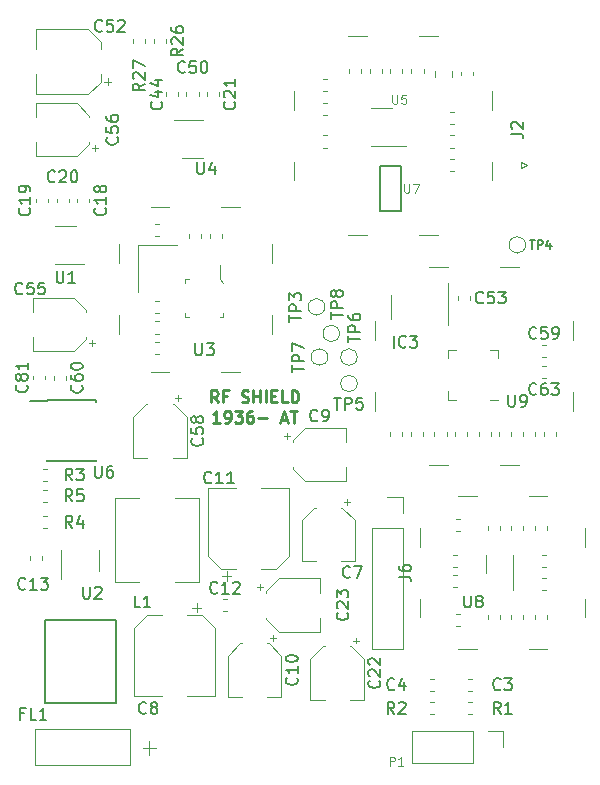
<source format=gto>
G04 #@! TF.GenerationSoftware,KiCad,Pcbnew,(5.1.4)-1*
G04 #@! TF.CreationDate,2019-09-05T19:32:48+02:00*
G04 #@! TF.ProjectId,rf-receiver,72662d72-6563-4656-9976-65722e6b6963,rev?*
G04 #@! TF.SameCoordinates,Original*
G04 #@! TF.FileFunction,Legend,Top*
G04 #@! TF.FilePolarity,Positive*
%FSLAX46Y46*%
G04 Gerber Fmt 4.6, Leading zero omitted, Abs format (unit mm)*
G04 Created by KiCad (PCBNEW (5.1.4)-1) date 2019-09-05 19:32:48*
%MOMM*%
%LPD*%
G04 APERTURE LIST*
%ADD10C,0.125000*%
%ADD11C,0.250000*%
%ADD12C,0.150000*%
%ADD13C,0.120000*%
%ADD14C,0.100000*%
G04 APERTURE END LIST*
D10*
X93028571Y-120107142D02*
X94171428Y-120107142D01*
X93600000Y-120678571D02*
X93600000Y-119535714D01*
D11*
X99404761Y-90827380D02*
X99071428Y-90351190D01*
X98833333Y-90827380D02*
X98833333Y-89827380D01*
X99214285Y-89827380D01*
X99309523Y-89875000D01*
X99357142Y-89922619D01*
X99404761Y-90017857D01*
X99404761Y-90160714D01*
X99357142Y-90255952D01*
X99309523Y-90303571D01*
X99214285Y-90351190D01*
X98833333Y-90351190D01*
X100166666Y-90303571D02*
X99833333Y-90303571D01*
X99833333Y-90827380D02*
X99833333Y-89827380D01*
X100309523Y-89827380D01*
X101404761Y-90779761D02*
X101547619Y-90827380D01*
X101785714Y-90827380D01*
X101880952Y-90779761D01*
X101928571Y-90732142D01*
X101976190Y-90636904D01*
X101976190Y-90541666D01*
X101928571Y-90446428D01*
X101880952Y-90398809D01*
X101785714Y-90351190D01*
X101595238Y-90303571D01*
X101500000Y-90255952D01*
X101452380Y-90208333D01*
X101404761Y-90113095D01*
X101404761Y-90017857D01*
X101452380Y-89922619D01*
X101500000Y-89875000D01*
X101595238Y-89827380D01*
X101833333Y-89827380D01*
X101976190Y-89875000D01*
X102404761Y-90827380D02*
X102404761Y-89827380D01*
X102404761Y-90303571D02*
X102976190Y-90303571D01*
X102976190Y-90827380D02*
X102976190Y-89827380D01*
X103452380Y-90827380D02*
X103452380Y-89827380D01*
X103928571Y-90303571D02*
X104261904Y-90303571D01*
X104404761Y-90827380D02*
X103928571Y-90827380D01*
X103928571Y-89827380D01*
X104404761Y-89827380D01*
X105309523Y-90827380D02*
X104833333Y-90827380D01*
X104833333Y-89827380D01*
X105642857Y-90827380D02*
X105642857Y-89827380D01*
X105880952Y-89827380D01*
X106023809Y-89875000D01*
X106119047Y-89970238D01*
X106166666Y-90065476D01*
X106214285Y-90255952D01*
X106214285Y-90398809D01*
X106166666Y-90589285D01*
X106119047Y-90684523D01*
X106023809Y-90779761D01*
X105880952Y-90827380D01*
X105642857Y-90827380D01*
X99547619Y-92577380D02*
X98976190Y-92577380D01*
X99261904Y-92577380D02*
X99261904Y-91577380D01*
X99166666Y-91720238D01*
X99071428Y-91815476D01*
X98976190Y-91863095D01*
X100023809Y-92577380D02*
X100214285Y-92577380D01*
X100309523Y-92529761D01*
X100357142Y-92482142D01*
X100452380Y-92339285D01*
X100500000Y-92148809D01*
X100500000Y-91767857D01*
X100452380Y-91672619D01*
X100404761Y-91625000D01*
X100309523Y-91577380D01*
X100119047Y-91577380D01*
X100023809Y-91625000D01*
X99976190Y-91672619D01*
X99928571Y-91767857D01*
X99928571Y-92005952D01*
X99976190Y-92101190D01*
X100023809Y-92148809D01*
X100119047Y-92196428D01*
X100309523Y-92196428D01*
X100404761Y-92148809D01*
X100452380Y-92101190D01*
X100500000Y-92005952D01*
X100833333Y-91577380D02*
X101452380Y-91577380D01*
X101119047Y-91958333D01*
X101261904Y-91958333D01*
X101357142Y-92005952D01*
X101404761Y-92053571D01*
X101452380Y-92148809D01*
X101452380Y-92386904D01*
X101404761Y-92482142D01*
X101357142Y-92529761D01*
X101261904Y-92577380D01*
X100976190Y-92577380D01*
X100880952Y-92529761D01*
X100833333Y-92482142D01*
X102309523Y-91577380D02*
X102119047Y-91577380D01*
X102023809Y-91625000D01*
X101976190Y-91672619D01*
X101880952Y-91815476D01*
X101833333Y-92005952D01*
X101833333Y-92386904D01*
X101880952Y-92482142D01*
X101928571Y-92529761D01*
X102023809Y-92577380D01*
X102214285Y-92577380D01*
X102309523Y-92529761D01*
X102357142Y-92482142D01*
X102404761Y-92386904D01*
X102404761Y-92148809D01*
X102357142Y-92053571D01*
X102309523Y-92005952D01*
X102214285Y-91958333D01*
X102023809Y-91958333D01*
X101928571Y-92005952D01*
X101880952Y-92053571D01*
X101833333Y-92148809D01*
X102833333Y-92196428D02*
X103595238Y-92196428D01*
X104785714Y-92291666D02*
X105261904Y-92291666D01*
X104690476Y-92577380D02*
X105023809Y-91577380D01*
X105357142Y-92577380D01*
X105547619Y-91577380D02*
X106119047Y-91577380D01*
X105833333Y-92577380D02*
X105833333Y-91577380D01*
D12*
X84750000Y-116250000D02*
X90750000Y-116250000D01*
X90750000Y-109250000D02*
X84750000Y-109250000D01*
X90750000Y-116250000D02*
X90750000Y-109250000D01*
X84750000Y-116250000D02*
X84750000Y-109250000D01*
D13*
X96310000Y-90500000D02*
X95810000Y-90500000D01*
X96060000Y-90250000D02*
X96060000Y-90750000D01*
X93304437Y-90990000D02*
X92240000Y-92054437D01*
X95695563Y-90990000D02*
X96760000Y-92054437D01*
X95695563Y-90990000D02*
X95560000Y-90990000D01*
X93304437Y-90990000D02*
X93440000Y-90990000D01*
X92240000Y-92054437D02*
X92240000Y-95510000D01*
X96760000Y-92054437D02*
X96760000Y-95510000D01*
X96760000Y-95510000D02*
X95560000Y-95510000D01*
X92240000Y-95510000D02*
X93440000Y-95510000D01*
X89000000Y-69560000D02*
X89000000Y-69060000D01*
X89250000Y-69310000D02*
X88750000Y-69310000D01*
X88510000Y-66554437D02*
X87445563Y-65490000D01*
X88510000Y-68945563D02*
X87445563Y-70010000D01*
X88510000Y-68945563D02*
X88510000Y-68810000D01*
X88510000Y-66554437D02*
X88510000Y-66690000D01*
X87445563Y-65490000D02*
X83990000Y-65490000D01*
X87445563Y-70010000D02*
X83990000Y-70010000D01*
X83990000Y-70010000D02*
X83990000Y-68810000D01*
X83990000Y-65490000D02*
X83990000Y-66690000D01*
X88750000Y-86060000D02*
X88750000Y-85560000D01*
X89000000Y-85810000D02*
X88500000Y-85810000D01*
X88260000Y-83054437D02*
X87195563Y-81990000D01*
X88260000Y-85445563D02*
X87195563Y-86510000D01*
X88260000Y-85445563D02*
X88260000Y-85310000D01*
X88260000Y-83054437D02*
X88260000Y-83190000D01*
X87195563Y-81990000D02*
X83740000Y-81990000D01*
X87195563Y-86510000D02*
X83740000Y-86510000D01*
X83740000Y-86510000D02*
X83740000Y-85310000D01*
X83740000Y-81990000D02*
X83740000Y-83190000D01*
X103000000Y-106190000D02*
X103000000Y-106690000D01*
X102750000Y-106440000D02*
X103250000Y-106440000D01*
X103490000Y-109195563D02*
X104554437Y-110260000D01*
X103490000Y-106804437D02*
X104554437Y-105740000D01*
X103490000Y-106804437D02*
X103490000Y-106940000D01*
X103490000Y-109195563D02*
X103490000Y-109060000D01*
X104554437Y-110260000D02*
X108010000Y-110260000D01*
X104554437Y-105740000D02*
X108010000Y-105740000D01*
X108010000Y-105740000D02*
X108010000Y-106940000D01*
X108010000Y-110260000D02*
X108010000Y-109060000D01*
X111310000Y-111000000D02*
X110810000Y-111000000D01*
X111060000Y-110750000D02*
X111060000Y-111250000D01*
X108304437Y-111490000D02*
X107240000Y-112554437D01*
X110695563Y-111490000D02*
X111760000Y-112554437D01*
X110695563Y-111490000D02*
X110560000Y-111490000D01*
X108304437Y-111490000D02*
X108440000Y-111490000D01*
X107240000Y-112554437D02*
X107240000Y-116010000D01*
X111760000Y-112554437D02*
X111760000Y-116010000D01*
X111760000Y-116010000D02*
X110560000Y-116010000D01*
X107240000Y-116010000D02*
X108440000Y-116010000D01*
X104310000Y-110750000D02*
X103810000Y-110750000D01*
X104060000Y-110500000D02*
X104060000Y-111000000D01*
X101304437Y-111240000D02*
X100240000Y-112304437D01*
X103695563Y-111240000D02*
X104760000Y-112304437D01*
X103695563Y-111240000D02*
X103560000Y-111240000D01*
X101304437Y-111240000D02*
X101440000Y-111240000D01*
X100240000Y-112304437D02*
X100240000Y-115760000D01*
X104760000Y-112304437D02*
X104760000Y-115760000D01*
X104760000Y-115760000D02*
X103560000Y-115760000D01*
X100240000Y-115760000D02*
X101440000Y-115760000D01*
X127162779Y-105740000D02*
X126837221Y-105740000D01*
X127162779Y-106760000D02*
X126837221Y-106760000D01*
X88510000Y-73912779D02*
X88510000Y-73587221D01*
X87490000Y-73912779D02*
X87490000Y-73587221D01*
X85010000Y-73912779D02*
X85010000Y-73587221D01*
X83990000Y-73912779D02*
X83990000Y-73587221D01*
X94990000Y-64587221D02*
X94990000Y-64912779D01*
X96010000Y-64587221D02*
X96010000Y-64912779D01*
X110490000Y-62587221D02*
X110490000Y-62912779D01*
X111510000Y-62587221D02*
X111510000Y-62912779D01*
X108337221Y-66510000D02*
X108662779Y-66510000D01*
X108337221Y-65490000D02*
X108662779Y-65490000D01*
X97760000Y-64587221D02*
X97760000Y-64912779D01*
X96740000Y-64587221D02*
X96740000Y-64912779D01*
X119337221Y-106510000D02*
X119662779Y-106510000D01*
X119337221Y-105490000D02*
X119662779Y-105490000D01*
X105250000Y-93440000D02*
X105250000Y-93940000D01*
X105000000Y-93690000D02*
X105500000Y-93690000D01*
X105740000Y-96445563D02*
X106804437Y-97510000D01*
X105740000Y-94054437D02*
X106804437Y-92990000D01*
X105740000Y-94054437D02*
X105740000Y-94190000D01*
X105740000Y-96445563D02*
X105740000Y-96310000D01*
X106804437Y-97510000D02*
X110260000Y-97510000D01*
X106804437Y-92990000D02*
X110260000Y-92990000D01*
X110260000Y-92990000D02*
X110260000Y-94190000D01*
X110260000Y-97510000D02*
X110260000Y-96310000D01*
X110560000Y-99250000D02*
X110060000Y-99250000D01*
X110310000Y-99000000D02*
X110310000Y-99500000D01*
X107554437Y-99740000D02*
X106490000Y-100804437D01*
X109945563Y-99740000D02*
X111010000Y-100804437D01*
X109945563Y-99740000D02*
X109810000Y-99740000D01*
X107554437Y-99740000D02*
X107690000Y-99740000D01*
X106490000Y-100804437D02*
X106490000Y-104260000D01*
X111010000Y-100804437D02*
X111010000Y-104260000D01*
X111010000Y-104260000D02*
X109810000Y-104260000D01*
X106490000Y-104260000D02*
X107690000Y-104260000D01*
X90062500Y-63997500D02*
X90062500Y-63372500D01*
X90375000Y-63685000D02*
X89750000Y-63685000D01*
X89510000Y-60304437D02*
X88445563Y-59240000D01*
X89510000Y-63695563D02*
X88445563Y-64760000D01*
X89510000Y-63695563D02*
X89510000Y-63060000D01*
X89510000Y-60304437D02*
X89510000Y-60940000D01*
X88445563Y-59240000D02*
X83990000Y-59240000D01*
X88445563Y-64760000D02*
X83990000Y-64760000D01*
X83990000Y-64760000D02*
X83990000Y-63060000D01*
X83990000Y-59240000D02*
X83990000Y-60940000D01*
X97800000Y-106050000D02*
X95750000Y-106050000D01*
X97800000Y-98950000D02*
X97800000Y-106050000D01*
X95750000Y-98950000D02*
X97800000Y-98950000D01*
X90700000Y-106050000D02*
X92750000Y-106050000D01*
X90700000Y-98950000D02*
X90700000Y-106050000D01*
X92750000Y-98950000D02*
X90700000Y-98950000D01*
X118900000Y-84250000D02*
X118900000Y-80750000D01*
X114100000Y-81750000D02*
X114100000Y-83750000D01*
X104000000Y-83450000D02*
X104000000Y-85050000D01*
X91000000Y-83450000D02*
X91000000Y-85050000D01*
X104000000Y-77450000D02*
X104000000Y-79050000D01*
X91000000Y-77450000D02*
X91000000Y-79050000D01*
X99700000Y-88230000D02*
X101300000Y-88230000D01*
X99700000Y-74270000D02*
X101300000Y-74270000D01*
X93700000Y-88230000D02*
X95300000Y-88230000D01*
X93700000Y-74270000D02*
X95300000Y-74270000D01*
X125700000Y-98750000D02*
X127300000Y-98750000D01*
X125700000Y-111750000D02*
X127300000Y-111750000D01*
X119700000Y-98750000D02*
X121300000Y-98750000D01*
X119700000Y-111750000D02*
X121300000Y-111750000D01*
X130480000Y-103050000D02*
X130480000Y-101450000D01*
X116520000Y-103050000D02*
X116520000Y-101450000D01*
X130480000Y-109050000D02*
X130480000Y-107450000D01*
X116520000Y-109050000D02*
X116520000Y-107450000D01*
X129500000Y-89950000D02*
X129500000Y-91550000D01*
X112700000Y-89950000D02*
X112700000Y-91550000D01*
X129500000Y-83950000D02*
X129500000Y-85550000D01*
X112700000Y-83950000D02*
X112700000Y-85550000D01*
X123300000Y-96150000D02*
X124900000Y-96150000D01*
X123300000Y-79350000D02*
X124900000Y-79350000D01*
X117300000Y-96150000D02*
X118900000Y-96150000D01*
X117300000Y-79350000D02*
X118900000Y-79350000D01*
X122650000Y-70450000D02*
X122650000Y-72050000D01*
X105850000Y-70450000D02*
X105850000Y-72050000D01*
X122650000Y-64450000D02*
X122650000Y-66050000D01*
X105850000Y-64450000D02*
X105850000Y-66050000D01*
X116450000Y-76650000D02*
X118050000Y-76650000D01*
X116450000Y-59850000D02*
X118050000Y-59850000D01*
X110450000Y-76650000D02*
X112050000Y-76650000D01*
X110450000Y-59850000D02*
X112050000Y-59850000D01*
X122410000Y-90610000D02*
X123110000Y-90610000D01*
X118890000Y-86390000D02*
X118890000Y-87090000D01*
X119590000Y-86390000D02*
X118890000Y-86390000D01*
X123110000Y-86390000D02*
X123110000Y-87090000D01*
X122410000Y-86390000D02*
X123110000Y-86390000D01*
X118890000Y-90610000D02*
X118890000Y-89910000D01*
X119590000Y-90610000D02*
X118890000Y-90610000D01*
X124360000Y-106750000D02*
X124360000Y-103750000D01*
X122140000Y-105250000D02*
X122140000Y-103750000D01*
X113750000Y-98880000D02*
X115080000Y-98880000D01*
X115080000Y-98880000D02*
X115080000Y-100210000D01*
X115080000Y-101480000D02*
X115080000Y-111700000D01*
X112420000Y-111700000D02*
X115080000Y-111700000D01*
X112420000Y-101480000D02*
X112420000Y-111700000D01*
X112420000Y-101480000D02*
X115080000Y-101480000D01*
X92600000Y-77500000D02*
X92600000Y-81500000D01*
X95900000Y-77500000D02*
X92600000Y-77500000D01*
X85600000Y-79110000D02*
X88050000Y-79110000D01*
X87400000Y-75890000D02*
X85600000Y-75890000D01*
X94087221Y-85010000D02*
X94412779Y-85010000D01*
X94087221Y-83990000D02*
X94412779Y-83990000D01*
X94087221Y-86760000D02*
X94412779Y-86760000D01*
X94087221Y-85740000D02*
X94412779Y-85740000D01*
X98490000Y-64587221D02*
X98490000Y-64912779D01*
X99510000Y-64587221D02*
X99510000Y-64912779D01*
X86760000Y-73912779D02*
X86760000Y-73587221D01*
X85740000Y-73912779D02*
X85740000Y-73587221D01*
X96990000Y-76587221D02*
X96990000Y-76912779D01*
X98010000Y-76587221D02*
X98010000Y-76912779D01*
X99760000Y-76912779D02*
X99760000Y-76587221D01*
X98740000Y-76912779D02*
X98740000Y-76587221D01*
X94412779Y-75740000D02*
X94087221Y-75740000D01*
X94412779Y-76760000D02*
X94087221Y-76760000D01*
X94087221Y-83260000D02*
X94412779Y-83260000D01*
X94087221Y-82240000D02*
X94412779Y-82240000D01*
X109700000Y-85000000D02*
G75*
G03X109700000Y-85000000I-700000J0D01*
G01*
X108700000Y-87000000D02*
G75*
G03X108700000Y-87000000I-700000J0D01*
G01*
X111200000Y-87000000D02*
G75*
G03X111200000Y-87000000I-700000J0D01*
G01*
X111200000Y-89250000D02*
G75*
G03X111200000Y-89250000I-700000J0D01*
G01*
D14*
X99550000Y-80400000D02*
X99550000Y-79200000D01*
X99850000Y-80700000D02*
X99550000Y-80400000D01*
X96650000Y-80400000D02*
X96950000Y-80400000D01*
X96650000Y-80700000D02*
X96650000Y-80400000D01*
X96650000Y-83600000D02*
X96650000Y-83300000D01*
X96950000Y-83600000D02*
X96650000Y-83600000D01*
X99850000Y-83600000D02*
X99550000Y-83600000D01*
X99850000Y-83300000D02*
X99850000Y-83600000D01*
D13*
X83900000Y-118500000D02*
X92000000Y-118500000D01*
X92000000Y-121500000D02*
X83900000Y-121500000D01*
X83900000Y-118500000D02*
X83900000Y-121500000D01*
X92000000Y-121500000D02*
X92000000Y-118500000D01*
X84780000Y-88892779D02*
X84780000Y-88567221D01*
X83760000Y-88892779D02*
X83760000Y-88567221D01*
X86510000Y-88912779D02*
X86510000Y-88587221D01*
X85490000Y-88912779D02*
X85490000Y-88587221D01*
X83490000Y-103837221D02*
X83490000Y-104162779D01*
X84510000Y-103837221D02*
X84510000Y-104162779D01*
X99837221Y-108510000D02*
X100162779Y-108510000D01*
X99837221Y-107490000D02*
X100162779Y-107490000D01*
X99758750Y-105543750D02*
X100546250Y-105543750D01*
X100152500Y-105937500D02*
X100152500Y-105150000D01*
X104345563Y-104910000D02*
X105410000Y-103845563D01*
X99654437Y-104910000D02*
X98590000Y-103845563D01*
X99654437Y-104910000D02*
X100940000Y-104910000D01*
X104345563Y-104910000D02*
X103060000Y-104910000D01*
X105410000Y-103845563D02*
X105410000Y-98090000D01*
X98590000Y-103845563D02*
X98590000Y-98090000D01*
X98590000Y-98090000D02*
X100940000Y-98090000D01*
X105410000Y-98090000D02*
X103060000Y-98090000D01*
X97991250Y-108206250D02*
X97203750Y-108206250D01*
X97597500Y-107812500D02*
X97597500Y-108600000D01*
X93404437Y-108840000D02*
X92340000Y-109904437D01*
X98095563Y-108840000D02*
X99160000Y-109904437D01*
X98095563Y-108840000D02*
X96810000Y-108840000D01*
X93404437Y-108840000D02*
X94690000Y-108840000D01*
X92340000Y-109904437D02*
X92340000Y-115660000D01*
X99160000Y-109904437D02*
X99160000Y-115660000D01*
X99160000Y-115660000D02*
X96810000Y-115660000D01*
X92340000Y-115660000D02*
X94690000Y-115660000D01*
X119912779Y-108740000D02*
X119587221Y-108740000D01*
X119912779Y-109760000D02*
X119587221Y-109760000D01*
X119912779Y-100740000D02*
X119587221Y-100740000D01*
X119912779Y-101760000D02*
X119587221Y-101760000D01*
X86140000Y-103350000D02*
X86140000Y-105800000D01*
X89360000Y-105150000D02*
X89360000Y-103350000D01*
X84912779Y-98240000D02*
X84587221Y-98240000D01*
X84912779Y-99260000D02*
X84587221Y-99260000D01*
X84912779Y-100490000D02*
X84587221Y-100490000D01*
X84912779Y-101510000D02*
X84587221Y-101510000D01*
X84587221Y-97510000D02*
X84912779Y-97510000D01*
X84587221Y-96490000D02*
X84912779Y-96490000D01*
X127162779Y-103740000D02*
X126837221Y-103740000D01*
X127162779Y-104760000D02*
X126837221Y-104760000D01*
D12*
X84925000Y-90725000D02*
X83525000Y-90725000D01*
X84925000Y-95825000D02*
X89075000Y-95825000D01*
X84925000Y-90675000D02*
X89075000Y-90675000D01*
X84925000Y-95825000D02*
X84925000Y-95680000D01*
X89075000Y-95825000D02*
X89075000Y-95680000D01*
X89075000Y-90675000D02*
X89075000Y-90820000D01*
X84925000Y-90675000D02*
X84925000Y-90725000D01*
D13*
X117790000Y-62741422D02*
X117790000Y-63258578D01*
X119210000Y-62741422D02*
X119210000Y-63258578D01*
X125260000Y-101337221D02*
X125260000Y-101662779D01*
X124240000Y-101337221D02*
X124240000Y-101662779D01*
X122240000Y-101337221D02*
X122240000Y-101662779D01*
X123260000Y-101337221D02*
X123260000Y-101662779D01*
X126837221Y-85990000D02*
X127162779Y-85990000D01*
X126837221Y-87010000D02*
X127162779Y-87010000D01*
X108662779Y-68240000D02*
X108337221Y-68240000D01*
X108662779Y-69260000D02*
X108337221Y-69260000D01*
X119740000Y-82162779D02*
X119740000Y-81837221D01*
X120760000Y-82162779D02*
X120760000Y-81837221D01*
X119412779Y-70240000D02*
X119087221Y-70240000D01*
X119412779Y-71260000D02*
X119087221Y-71260000D01*
X108337221Y-63490000D02*
X108662779Y-63490000D01*
X108337221Y-64510000D02*
X108662779Y-64510000D01*
X119990000Y-63162779D02*
X119990000Y-62837221D01*
X121010000Y-63162779D02*
X121010000Y-62837221D01*
X126837221Y-87740000D02*
X127162779Y-87740000D01*
X126837221Y-88760000D02*
X127162779Y-88760000D01*
X123240000Y-93337221D02*
X123240000Y-93662779D01*
X124260000Y-93337221D02*
X124260000Y-93662779D01*
X126260000Y-93337221D02*
X126260000Y-93662779D01*
X125240000Y-93337221D02*
X125240000Y-93662779D01*
X128010000Y-93337221D02*
X128010000Y-93662779D01*
X126990000Y-93337221D02*
X126990000Y-93662779D01*
X112240000Y-62587221D02*
X112240000Y-62912779D01*
X113260000Y-62587221D02*
X113260000Y-62912779D01*
X119490000Y-93337221D02*
X119490000Y-93662779D01*
X120510000Y-93337221D02*
X120510000Y-93662779D01*
X118760000Y-93352221D02*
X118760000Y-93677779D01*
X117740000Y-93352221D02*
X117740000Y-93677779D01*
X115740000Y-93337221D02*
X115740000Y-93662779D01*
X116760000Y-93337221D02*
X116760000Y-93662779D01*
X115010000Y-93337221D02*
X115010000Y-93662779D01*
X113990000Y-93337221D02*
X113990000Y-93662779D01*
X119337221Y-104760000D02*
X119662779Y-104760000D01*
X119337221Y-103740000D02*
X119662779Y-103740000D01*
X124240000Y-109162779D02*
X124240000Y-108837221D01*
X125260000Y-109162779D02*
X125260000Y-108837221D01*
X121490000Y-93337221D02*
X121490000Y-93662779D01*
X122510000Y-93337221D02*
X122510000Y-93662779D01*
X117337221Y-114240000D02*
X117662779Y-114240000D01*
X117337221Y-115260000D02*
X117662779Y-115260000D01*
X120587221Y-115260000D02*
X120912779Y-115260000D01*
X120587221Y-114240000D02*
X120912779Y-114240000D01*
X127260000Y-109162779D02*
X127260000Y-108837221D01*
X126240000Y-109162779D02*
X126240000Y-108837221D01*
X95010000Y-60412779D02*
X95010000Y-60087221D01*
X93990000Y-60412779D02*
X93990000Y-60087221D01*
X92240000Y-60412779D02*
X92240000Y-60087221D01*
X93260000Y-60412779D02*
X93260000Y-60087221D01*
X126240000Y-101337221D02*
X126240000Y-101662779D01*
X127260000Y-101337221D02*
X127260000Y-101662779D01*
X123260000Y-109162779D02*
X123260000Y-108837221D01*
X122240000Y-109162779D02*
X122240000Y-108837221D01*
X116810000Y-62912779D02*
X116810000Y-62587221D01*
X115790000Y-62912779D02*
X115790000Y-62587221D01*
X113990000Y-62587221D02*
X113990000Y-62912779D01*
X115010000Y-62587221D02*
X115010000Y-62912779D01*
X119087221Y-66240000D02*
X119412779Y-66240000D01*
X119087221Y-67260000D02*
X119412779Y-67260000D01*
X120912779Y-117260000D02*
X120587221Y-117260000D01*
X120912779Y-116240000D02*
X120587221Y-116240000D01*
X117662779Y-116240000D02*
X117337221Y-116240000D01*
X117662779Y-117260000D02*
X117337221Y-117260000D01*
X119087221Y-68240000D02*
X119412779Y-68240000D01*
X119087221Y-69260000D02*
X119412779Y-69260000D01*
X125040000Y-71000000D02*
X125540000Y-70750000D01*
X125040000Y-70500000D02*
X125040000Y-71000000D01*
X125540000Y-70750000D02*
X125040000Y-70500000D01*
X108450000Y-82750000D02*
G75*
G03X108450000Y-82750000I-700000J0D01*
G01*
X125450000Y-77500000D02*
G75*
G03X125450000Y-77500000I-700000J0D01*
G01*
X96350000Y-70110000D02*
X98150000Y-70110000D01*
X98150000Y-66890000D02*
X95700000Y-66890000D01*
X114150000Y-65890000D02*
X112350000Y-65890000D01*
X112350000Y-69110000D02*
X115300000Y-69110000D01*
X115840000Y-118670000D02*
X115840000Y-121330000D01*
X120980000Y-118670000D02*
X115840000Y-118670000D01*
X120980000Y-121330000D02*
X115840000Y-121330000D01*
X120980000Y-118670000D02*
X120980000Y-121330000D01*
X122250000Y-118670000D02*
X123580000Y-118670000D01*
X123580000Y-118670000D02*
X123580000Y-120000000D01*
D12*
X114900000Y-70850000D02*
X113100000Y-70850000D01*
X114900000Y-74650000D02*
X114900000Y-70850000D01*
X113100000Y-74650000D02*
X114900000Y-74650000D01*
X113100000Y-70850000D02*
X113100000Y-74650000D01*
X83011904Y-117178571D02*
X82678571Y-117178571D01*
X82678571Y-117702380D02*
X82678571Y-116702380D01*
X83154761Y-116702380D01*
X84011904Y-117702380D02*
X83535714Y-117702380D01*
X83535714Y-116702380D01*
X84869047Y-117702380D02*
X84297619Y-117702380D01*
X84583333Y-117702380D02*
X84583333Y-116702380D01*
X84488095Y-116845238D01*
X84392857Y-116940476D01*
X84297619Y-116988095D01*
X98057142Y-93892857D02*
X98104761Y-93940476D01*
X98152380Y-94083333D01*
X98152380Y-94178571D01*
X98104761Y-94321428D01*
X98009523Y-94416666D01*
X97914285Y-94464285D01*
X97723809Y-94511904D01*
X97580952Y-94511904D01*
X97390476Y-94464285D01*
X97295238Y-94416666D01*
X97200000Y-94321428D01*
X97152380Y-94178571D01*
X97152380Y-94083333D01*
X97200000Y-93940476D01*
X97247619Y-93892857D01*
X97152380Y-92988095D02*
X97152380Y-93464285D01*
X97628571Y-93511904D01*
X97580952Y-93464285D01*
X97533333Y-93369047D01*
X97533333Y-93130952D01*
X97580952Y-93035714D01*
X97628571Y-92988095D01*
X97723809Y-92940476D01*
X97961904Y-92940476D01*
X98057142Y-92988095D01*
X98104761Y-93035714D01*
X98152380Y-93130952D01*
X98152380Y-93369047D01*
X98104761Y-93464285D01*
X98057142Y-93511904D01*
X97580952Y-92369047D02*
X97533333Y-92464285D01*
X97485714Y-92511904D01*
X97390476Y-92559523D01*
X97342857Y-92559523D01*
X97247619Y-92511904D01*
X97200000Y-92464285D01*
X97152380Y-92369047D01*
X97152380Y-92178571D01*
X97200000Y-92083333D01*
X97247619Y-92035714D01*
X97342857Y-91988095D01*
X97390476Y-91988095D01*
X97485714Y-92035714D01*
X97533333Y-92083333D01*
X97580952Y-92178571D01*
X97580952Y-92369047D01*
X97628571Y-92464285D01*
X97676190Y-92511904D01*
X97771428Y-92559523D01*
X97961904Y-92559523D01*
X98057142Y-92511904D01*
X98104761Y-92464285D01*
X98152380Y-92369047D01*
X98152380Y-92178571D01*
X98104761Y-92083333D01*
X98057142Y-92035714D01*
X97961904Y-91988095D01*
X97771428Y-91988095D01*
X97676190Y-92035714D01*
X97628571Y-92083333D01*
X97580952Y-92178571D01*
X90857142Y-68392857D02*
X90904761Y-68440476D01*
X90952380Y-68583333D01*
X90952380Y-68678571D01*
X90904761Y-68821428D01*
X90809523Y-68916666D01*
X90714285Y-68964285D01*
X90523809Y-69011904D01*
X90380952Y-69011904D01*
X90190476Y-68964285D01*
X90095238Y-68916666D01*
X90000000Y-68821428D01*
X89952380Y-68678571D01*
X89952380Y-68583333D01*
X90000000Y-68440476D01*
X90047619Y-68392857D01*
X89952380Y-67488095D02*
X89952380Y-67964285D01*
X90428571Y-68011904D01*
X90380952Y-67964285D01*
X90333333Y-67869047D01*
X90333333Y-67630952D01*
X90380952Y-67535714D01*
X90428571Y-67488095D01*
X90523809Y-67440476D01*
X90761904Y-67440476D01*
X90857142Y-67488095D01*
X90904761Y-67535714D01*
X90952380Y-67630952D01*
X90952380Y-67869047D01*
X90904761Y-67964285D01*
X90857142Y-68011904D01*
X89952380Y-66583333D02*
X89952380Y-66773809D01*
X90000000Y-66869047D01*
X90047619Y-66916666D01*
X90190476Y-67011904D01*
X90380952Y-67059523D01*
X90761904Y-67059523D01*
X90857142Y-67011904D01*
X90904761Y-66964285D01*
X90952380Y-66869047D01*
X90952380Y-66678571D01*
X90904761Y-66583333D01*
X90857142Y-66535714D01*
X90761904Y-66488095D01*
X90523809Y-66488095D01*
X90428571Y-66535714D01*
X90380952Y-66583333D01*
X90333333Y-66678571D01*
X90333333Y-66869047D01*
X90380952Y-66964285D01*
X90428571Y-67011904D01*
X90523809Y-67059523D01*
X82857142Y-81607142D02*
X82809523Y-81654761D01*
X82666666Y-81702380D01*
X82571428Y-81702380D01*
X82428571Y-81654761D01*
X82333333Y-81559523D01*
X82285714Y-81464285D01*
X82238095Y-81273809D01*
X82238095Y-81130952D01*
X82285714Y-80940476D01*
X82333333Y-80845238D01*
X82428571Y-80750000D01*
X82571428Y-80702380D01*
X82666666Y-80702380D01*
X82809523Y-80750000D01*
X82857142Y-80797619D01*
X83761904Y-80702380D02*
X83285714Y-80702380D01*
X83238095Y-81178571D01*
X83285714Y-81130952D01*
X83380952Y-81083333D01*
X83619047Y-81083333D01*
X83714285Y-81130952D01*
X83761904Y-81178571D01*
X83809523Y-81273809D01*
X83809523Y-81511904D01*
X83761904Y-81607142D01*
X83714285Y-81654761D01*
X83619047Y-81702380D01*
X83380952Y-81702380D01*
X83285714Y-81654761D01*
X83238095Y-81607142D01*
X84714285Y-80702380D02*
X84238095Y-80702380D01*
X84190476Y-81178571D01*
X84238095Y-81130952D01*
X84333333Y-81083333D01*
X84571428Y-81083333D01*
X84666666Y-81130952D01*
X84714285Y-81178571D01*
X84761904Y-81273809D01*
X84761904Y-81511904D01*
X84714285Y-81607142D01*
X84666666Y-81654761D01*
X84571428Y-81702380D01*
X84333333Y-81702380D01*
X84238095Y-81654761D01*
X84190476Y-81607142D01*
X110357142Y-108642857D02*
X110404761Y-108690476D01*
X110452380Y-108833333D01*
X110452380Y-108928571D01*
X110404761Y-109071428D01*
X110309523Y-109166666D01*
X110214285Y-109214285D01*
X110023809Y-109261904D01*
X109880952Y-109261904D01*
X109690476Y-109214285D01*
X109595238Y-109166666D01*
X109500000Y-109071428D01*
X109452380Y-108928571D01*
X109452380Y-108833333D01*
X109500000Y-108690476D01*
X109547619Y-108642857D01*
X109547619Y-108261904D02*
X109500000Y-108214285D01*
X109452380Y-108119047D01*
X109452380Y-107880952D01*
X109500000Y-107785714D01*
X109547619Y-107738095D01*
X109642857Y-107690476D01*
X109738095Y-107690476D01*
X109880952Y-107738095D01*
X110452380Y-108309523D01*
X110452380Y-107690476D01*
X109452380Y-107357142D02*
X109452380Y-106738095D01*
X109833333Y-107071428D01*
X109833333Y-106928571D01*
X109880952Y-106833333D01*
X109928571Y-106785714D01*
X110023809Y-106738095D01*
X110261904Y-106738095D01*
X110357142Y-106785714D01*
X110404761Y-106833333D01*
X110452380Y-106928571D01*
X110452380Y-107214285D01*
X110404761Y-107309523D01*
X110357142Y-107357142D01*
X113057142Y-114392857D02*
X113104761Y-114440476D01*
X113152380Y-114583333D01*
X113152380Y-114678571D01*
X113104761Y-114821428D01*
X113009523Y-114916666D01*
X112914285Y-114964285D01*
X112723809Y-115011904D01*
X112580952Y-115011904D01*
X112390476Y-114964285D01*
X112295238Y-114916666D01*
X112200000Y-114821428D01*
X112152380Y-114678571D01*
X112152380Y-114583333D01*
X112200000Y-114440476D01*
X112247619Y-114392857D01*
X112247619Y-114011904D02*
X112200000Y-113964285D01*
X112152380Y-113869047D01*
X112152380Y-113630952D01*
X112200000Y-113535714D01*
X112247619Y-113488095D01*
X112342857Y-113440476D01*
X112438095Y-113440476D01*
X112580952Y-113488095D01*
X113152380Y-114059523D01*
X113152380Y-113440476D01*
X112247619Y-113059523D02*
X112200000Y-113011904D01*
X112152380Y-112916666D01*
X112152380Y-112678571D01*
X112200000Y-112583333D01*
X112247619Y-112535714D01*
X112342857Y-112488095D01*
X112438095Y-112488095D01*
X112580952Y-112535714D01*
X113152380Y-113107142D01*
X113152380Y-112488095D01*
X106057142Y-114142857D02*
X106104761Y-114190476D01*
X106152380Y-114333333D01*
X106152380Y-114428571D01*
X106104761Y-114571428D01*
X106009523Y-114666666D01*
X105914285Y-114714285D01*
X105723809Y-114761904D01*
X105580952Y-114761904D01*
X105390476Y-114714285D01*
X105295238Y-114666666D01*
X105200000Y-114571428D01*
X105152380Y-114428571D01*
X105152380Y-114333333D01*
X105200000Y-114190476D01*
X105247619Y-114142857D01*
X106152380Y-113190476D02*
X106152380Y-113761904D01*
X106152380Y-113476190D02*
X105152380Y-113476190D01*
X105295238Y-113571428D01*
X105390476Y-113666666D01*
X105438095Y-113761904D01*
X105152380Y-112571428D02*
X105152380Y-112476190D01*
X105200000Y-112380952D01*
X105247619Y-112333333D01*
X105342857Y-112285714D01*
X105533333Y-112238095D01*
X105771428Y-112238095D01*
X105961904Y-112285714D01*
X106057142Y-112333333D01*
X106104761Y-112380952D01*
X106152380Y-112476190D01*
X106152380Y-112571428D01*
X106104761Y-112666666D01*
X106057142Y-112714285D01*
X105961904Y-112761904D01*
X105771428Y-112809523D01*
X105533333Y-112809523D01*
X105342857Y-112761904D01*
X105247619Y-112714285D01*
X105200000Y-112666666D01*
X105152380Y-112571428D01*
X89857142Y-74392857D02*
X89904761Y-74440476D01*
X89952380Y-74583333D01*
X89952380Y-74678571D01*
X89904761Y-74821428D01*
X89809523Y-74916666D01*
X89714285Y-74964285D01*
X89523809Y-75011904D01*
X89380952Y-75011904D01*
X89190476Y-74964285D01*
X89095238Y-74916666D01*
X89000000Y-74821428D01*
X88952380Y-74678571D01*
X88952380Y-74583333D01*
X89000000Y-74440476D01*
X89047619Y-74392857D01*
X89952380Y-73440476D02*
X89952380Y-74011904D01*
X89952380Y-73726190D02*
X88952380Y-73726190D01*
X89095238Y-73821428D01*
X89190476Y-73916666D01*
X89238095Y-74011904D01*
X89380952Y-72869047D02*
X89333333Y-72964285D01*
X89285714Y-73011904D01*
X89190476Y-73059523D01*
X89142857Y-73059523D01*
X89047619Y-73011904D01*
X89000000Y-72964285D01*
X88952380Y-72869047D01*
X88952380Y-72678571D01*
X89000000Y-72583333D01*
X89047619Y-72535714D01*
X89142857Y-72488095D01*
X89190476Y-72488095D01*
X89285714Y-72535714D01*
X89333333Y-72583333D01*
X89380952Y-72678571D01*
X89380952Y-72869047D01*
X89428571Y-72964285D01*
X89476190Y-73011904D01*
X89571428Y-73059523D01*
X89761904Y-73059523D01*
X89857142Y-73011904D01*
X89904761Y-72964285D01*
X89952380Y-72869047D01*
X89952380Y-72678571D01*
X89904761Y-72583333D01*
X89857142Y-72535714D01*
X89761904Y-72488095D01*
X89571428Y-72488095D01*
X89476190Y-72535714D01*
X89428571Y-72583333D01*
X89380952Y-72678571D01*
X83427142Y-74392857D02*
X83474761Y-74440476D01*
X83522380Y-74583333D01*
X83522380Y-74678571D01*
X83474761Y-74821428D01*
X83379523Y-74916666D01*
X83284285Y-74964285D01*
X83093809Y-75011904D01*
X82950952Y-75011904D01*
X82760476Y-74964285D01*
X82665238Y-74916666D01*
X82570000Y-74821428D01*
X82522380Y-74678571D01*
X82522380Y-74583333D01*
X82570000Y-74440476D01*
X82617619Y-74392857D01*
X83522380Y-73440476D02*
X83522380Y-74011904D01*
X83522380Y-73726190D02*
X82522380Y-73726190D01*
X82665238Y-73821428D01*
X82760476Y-73916666D01*
X82808095Y-74011904D01*
X83522380Y-72964285D02*
X83522380Y-72773809D01*
X83474761Y-72678571D01*
X83427142Y-72630952D01*
X83284285Y-72535714D01*
X83093809Y-72488095D01*
X82712857Y-72488095D01*
X82617619Y-72535714D01*
X82570000Y-72583333D01*
X82522380Y-72678571D01*
X82522380Y-72869047D01*
X82570000Y-72964285D01*
X82617619Y-73011904D01*
X82712857Y-73059523D01*
X82950952Y-73059523D01*
X83046190Y-73011904D01*
X83093809Y-72964285D01*
X83141428Y-72869047D01*
X83141428Y-72678571D01*
X83093809Y-72583333D01*
X83046190Y-72535714D01*
X82950952Y-72488095D01*
X94607142Y-65392857D02*
X94654761Y-65440476D01*
X94702380Y-65583333D01*
X94702380Y-65678571D01*
X94654761Y-65821428D01*
X94559523Y-65916666D01*
X94464285Y-65964285D01*
X94273809Y-66011904D01*
X94130952Y-66011904D01*
X93940476Y-65964285D01*
X93845238Y-65916666D01*
X93750000Y-65821428D01*
X93702380Y-65678571D01*
X93702380Y-65583333D01*
X93750000Y-65440476D01*
X93797619Y-65392857D01*
X94035714Y-64535714D02*
X94702380Y-64535714D01*
X93654761Y-64773809D02*
X94369047Y-65011904D01*
X94369047Y-64392857D01*
X94035714Y-63583333D02*
X94702380Y-63583333D01*
X93654761Y-63821428D02*
X94369047Y-64059523D01*
X94369047Y-63440476D01*
X96607142Y-62857142D02*
X96559523Y-62904761D01*
X96416666Y-62952380D01*
X96321428Y-62952380D01*
X96178571Y-62904761D01*
X96083333Y-62809523D01*
X96035714Y-62714285D01*
X95988095Y-62523809D01*
X95988095Y-62380952D01*
X96035714Y-62190476D01*
X96083333Y-62095238D01*
X96178571Y-62000000D01*
X96321428Y-61952380D01*
X96416666Y-61952380D01*
X96559523Y-62000000D01*
X96607142Y-62047619D01*
X97511904Y-61952380D02*
X97035714Y-61952380D01*
X96988095Y-62428571D01*
X97035714Y-62380952D01*
X97130952Y-62333333D01*
X97369047Y-62333333D01*
X97464285Y-62380952D01*
X97511904Y-62428571D01*
X97559523Y-62523809D01*
X97559523Y-62761904D01*
X97511904Y-62857142D01*
X97464285Y-62904761D01*
X97369047Y-62952380D01*
X97130952Y-62952380D01*
X97035714Y-62904761D01*
X96988095Y-62857142D01*
X98178571Y-61952380D02*
X98273809Y-61952380D01*
X98369047Y-62000000D01*
X98416666Y-62047619D01*
X98464285Y-62142857D01*
X98511904Y-62333333D01*
X98511904Y-62571428D01*
X98464285Y-62761904D01*
X98416666Y-62857142D01*
X98369047Y-62904761D01*
X98273809Y-62952380D01*
X98178571Y-62952380D01*
X98083333Y-62904761D01*
X98035714Y-62857142D01*
X97988095Y-62761904D01*
X97940476Y-62571428D01*
X97940476Y-62333333D01*
X97988095Y-62142857D01*
X98035714Y-62047619D01*
X98083333Y-62000000D01*
X98178571Y-61952380D01*
X107833333Y-92357142D02*
X107785714Y-92404761D01*
X107642857Y-92452380D01*
X107547619Y-92452380D01*
X107404761Y-92404761D01*
X107309523Y-92309523D01*
X107261904Y-92214285D01*
X107214285Y-92023809D01*
X107214285Y-91880952D01*
X107261904Y-91690476D01*
X107309523Y-91595238D01*
X107404761Y-91500000D01*
X107547619Y-91452380D01*
X107642857Y-91452380D01*
X107785714Y-91500000D01*
X107833333Y-91547619D01*
X108309523Y-92452380D02*
X108500000Y-92452380D01*
X108595238Y-92404761D01*
X108642857Y-92357142D01*
X108738095Y-92214285D01*
X108785714Y-92023809D01*
X108785714Y-91642857D01*
X108738095Y-91547619D01*
X108690476Y-91500000D01*
X108595238Y-91452380D01*
X108404761Y-91452380D01*
X108309523Y-91500000D01*
X108261904Y-91547619D01*
X108214285Y-91642857D01*
X108214285Y-91880952D01*
X108261904Y-91976190D01*
X108309523Y-92023809D01*
X108404761Y-92071428D01*
X108595238Y-92071428D01*
X108690476Y-92023809D01*
X108738095Y-91976190D01*
X108785714Y-91880952D01*
X110583333Y-105607142D02*
X110535714Y-105654761D01*
X110392857Y-105702380D01*
X110297619Y-105702380D01*
X110154761Y-105654761D01*
X110059523Y-105559523D01*
X110011904Y-105464285D01*
X109964285Y-105273809D01*
X109964285Y-105130952D01*
X110011904Y-104940476D01*
X110059523Y-104845238D01*
X110154761Y-104750000D01*
X110297619Y-104702380D01*
X110392857Y-104702380D01*
X110535714Y-104750000D01*
X110583333Y-104797619D01*
X110916666Y-104702380D02*
X111583333Y-104702380D01*
X111154761Y-105702380D01*
X89607142Y-59357142D02*
X89559523Y-59404761D01*
X89416666Y-59452380D01*
X89321428Y-59452380D01*
X89178571Y-59404761D01*
X89083333Y-59309523D01*
X89035714Y-59214285D01*
X88988095Y-59023809D01*
X88988095Y-58880952D01*
X89035714Y-58690476D01*
X89083333Y-58595238D01*
X89178571Y-58500000D01*
X89321428Y-58452380D01*
X89416666Y-58452380D01*
X89559523Y-58500000D01*
X89607142Y-58547619D01*
X90511904Y-58452380D02*
X90035714Y-58452380D01*
X89988095Y-58928571D01*
X90035714Y-58880952D01*
X90130952Y-58833333D01*
X90369047Y-58833333D01*
X90464285Y-58880952D01*
X90511904Y-58928571D01*
X90559523Y-59023809D01*
X90559523Y-59261904D01*
X90511904Y-59357142D01*
X90464285Y-59404761D01*
X90369047Y-59452380D01*
X90130952Y-59452380D01*
X90035714Y-59404761D01*
X89988095Y-59357142D01*
X90940476Y-58547619D02*
X90988095Y-58500000D01*
X91083333Y-58452380D01*
X91321428Y-58452380D01*
X91416666Y-58500000D01*
X91464285Y-58547619D01*
X91511904Y-58642857D01*
X91511904Y-58738095D01*
X91464285Y-58880952D01*
X90892857Y-59452380D01*
X91511904Y-59452380D01*
X92833333Y-108202380D02*
X92357142Y-108202380D01*
X92357142Y-107202380D01*
X93690476Y-108202380D02*
X93119047Y-108202380D01*
X93404761Y-108202380D02*
X93404761Y-107202380D01*
X93309523Y-107345238D01*
X93214285Y-107440476D01*
X93119047Y-107488095D01*
X114273809Y-86202380D02*
X114273809Y-85202380D01*
X115321428Y-86107142D02*
X115273809Y-86154761D01*
X115130952Y-86202380D01*
X115035714Y-86202380D01*
X114892857Y-86154761D01*
X114797619Y-86059523D01*
X114750000Y-85964285D01*
X114702380Y-85773809D01*
X114702380Y-85630952D01*
X114750000Y-85440476D01*
X114797619Y-85345238D01*
X114892857Y-85250000D01*
X115035714Y-85202380D01*
X115130952Y-85202380D01*
X115273809Y-85250000D01*
X115321428Y-85297619D01*
X115654761Y-85202380D02*
X116273809Y-85202380D01*
X115940476Y-85583333D01*
X116083333Y-85583333D01*
X116178571Y-85630952D01*
X116226190Y-85678571D01*
X116273809Y-85773809D01*
X116273809Y-86011904D01*
X116226190Y-86107142D01*
X116178571Y-86154761D01*
X116083333Y-86202380D01*
X115797619Y-86202380D01*
X115702380Y-86154761D01*
X115654761Y-86107142D01*
X114722380Y-105583333D02*
X115436666Y-105583333D01*
X115579523Y-105630952D01*
X115674761Y-105726190D01*
X115722380Y-105869047D01*
X115722380Y-105964285D01*
X114722380Y-104678571D02*
X114722380Y-104869047D01*
X114770000Y-104964285D01*
X114817619Y-105011904D01*
X114960476Y-105107142D01*
X115150952Y-105154761D01*
X115531904Y-105154761D01*
X115627142Y-105107142D01*
X115674761Y-105059523D01*
X115722380Y-104964285D01*
X115722380Y-104773809D01*
X115674761Y-104678571D01*
X115627142Y-104630952D01*
X115531904Y-104583333D01*
X115293809Y-104583333D01*
X115198571Y-104630952D01*
X115150952Y-104678571D01*
X115103333Y-104773809D01*
X115103333Y-104964285D01*
X115150952Y-105059523D01*
X115198571Y-105107142D01*
X115293809Y-105154761D01*
X123988095Y-90202380D02*
X123988095Y-91011904D01*
X124035714Y-91107142D01*
X124083333Y-91154761D01*
X124178571Y-91202380D01*
X124369047Y-91202380D01*
X124464285Y-91154761D01*
X124511904Y-91107142D01*
X124559523Y-91011904D01*
X124559523Y-90202380D01*
X125083333Y-91202380D02*
X125273809Y-91202380D01*
X125369047Y-91154761D01*
X125416666Y-91107142D01*
X125511904Y-90964285D01*
X125559523Y-90773809D01*
X125559523Y-90392857D01*
X125511904Y-90297619D01*
X125464285Y-90250000D01*
X125369047Y-90202380D01*
X125178571Y-90202380D01*
X125083333Y-90250000D01*
X125035714Y-90297619D01*
X124988095Y-90392857D01*
X124988095Y-90630952D01*
X125035714Y-90726190D01*
X125083333Y-90773809D01*
X125178571Y-90821428D01*
X125369047Y-90821428D01*
X125464285Y-90773809D01*
X125511904Y-90726190D01*
X125559523Y-90630952D01*
X120238095Y-107202380D02*
X120238095Y-108011904D01*
X120285714Y-108107142D01*
X120333333Y-108154761D01*
X120428571Y-108202380D01*
X120619047Y-108202380D01*
X120714285Y-108154761D01*
X120761904Y-108107142D01*
X120809523Y-108011904D01*
X120809523Y-107202380D01*
X121428571Y-107630952D02*
X121333333Y-107583333D01*
X121285714Y-107535714D01*
X121238095Y-107440476D01*
X121238095Y-107392857D01*
X121285714Y-107297619D01*
X121333333Y-107250000D01*
X121428571Y-107202380D01*
X121619047Y-107202380D01*
X121714285Y-107250000D01*
X121761904Y-107297619D01*
X121809523Y-107392857D01*
X121809523Y-107440476D01*
X121761904Y-107535714D01*
X121714285Y-107583333D01*
X121619047Y-107630952D01*
X121428571Y-107630952D01*
X121333333Y-107678571D01*
X121285714Y-107726190D01*
X121238095Y-107821428D01*
X121238095Y-108011904D01*
X121285714Y-108107142D01*
X121333333Y-108154761D01*
X121428571Y-108202380D01*
X121619047Y-108202380D01*
X121714285Y-108154761D01*
X121761904Y-108107142D01*
X121809523Y-108011904D01*
X121809523Y-107821428D01*
X121761904Y-107726190D01*
X121714285Y-107678571D01*
X121619047Y-107630952D01*
X85738095Y-79702380D02*
X85738095Y-80511904D01*
X85785714Y-80607142D01*
X85833333Y-80654761D01*
X85928571Y-80702380D01*
X86119047Y-80702380D01*
X86214285Y-80654761D01*
X86261904Y-80607142D01*
X86309523Y-80511904D01*
X86309523Y-79702380D01*
X87309523Y-80702380D02*
X86738095Y-80702380D01*
X87023809Y-80702380D02*
X87023809Y-79702380D01*
X86928571Y-79845238D01*
X86833333Y-79940476D01*
X86738095Y-79988095D01*
X100787142Y-65392857D02*
X100834761Y-65440476D01*
X100882380Y-65583333D01*
X100882380Y-65678571D01*
X100834761Y-65821428D01*
X100739523Y-65916666D01*
X100644285Y-65964285D01*
X100453809Y-66011904D01*
X100310952Y-66011904D01*
X100120476Y-65964285D01*
X100025238Y-65916666D01*
X99930000Y-65821428D01*
X99882380Y-65678571D01*
X99882380Y-65583333D01*
X99930000Y-65440476D01*
X99977619Y-65392857D01*
X99977619Y-65011904D02*
X99930000Y-64964285D01*
X99882380Y-64869047D01*
X99882380Y-64630952D01*
X99930000Y-64535714D01*
X99977619Y-64488095D01*
X100072857Y-64440476D01*
X100168095Y-64440476D01*
X100310952Y-64488095D01*
X100882380Y-65059523D01*
X100882380Y-64440476D01*
X100882380Y-63488095D02*
X100882380Y-64059523D01*
X100882380Y-63773809D02*
X99882380Y-63773809D01*
X100025238Y-63869047D01*
X100120476Y-63964285D01*
X100168095Y-64059523D01*
X85607142Y-72107142D02*
X85559523Y-72154761D01*
X85416666Y-72202380D01*
X85321428Y-72202380D01*
X85178571Y-72154761D01*
X85083333Y-72059523D01*
X85035714Y-71964285D01*
X84988095Y-71773809D01*
X84988095Y-71630952D01*
X85035714Y-71440476D01*
X85083333Y-71345238D01*
X85178571Y-71250000D01*
X85321428Y-71202380D01*
X85416666Y-71202380D01*
X85559523Y-71250000D01*
X85607142Y-71297619D01*
X85988095Y-71297619D02*
X86035714Y-71250000D01*
X86130952Y-71202380D01*
X86369047Y-71202380D01*
X86464285Y-71250000D01*
X86511904Y-71297619D01*
X86559523Y-71392857D01*
X86559523Y-71488095D01*
X86511904Y-71630952D01*
X85940476Y-72202380D01*
X86559523Y-72202380D01*
X87178571Y-71202380D02*
X87273809Y-71202380D01*
X87369047Y-71250000D01*
X87416666Y-71297619D01*
X87464285Y-71392857D01*
X87511904Y-71583333D01*
X87511904Y-71821428D01*
X87464285Y-72011904D01*
X87416666Y-72107142D01*
X87369047Y-72154761D01*
X87273809Y-72202380D01*
X87178571Y-72202380D01*
X87083333Y-72154761D01*
X87035714Y-72107142D01*
X86988095Y-72011904D01*
X86940476Y-71821428D01*
X86940476Y-71583333D01*
X86988095Y-71392857D01*
X87035714Y-71297619D01*
X87083333Y-71250000D01*
X87178571Y-71202380D01*
X108952380Y-83761904D02*
X108952380Y-83190476D01*
X109952380Y-83476190D02*
X108952380Y-83476190D01*
X109952380Y-82857142D02*
X108952380Y-82857142D01*
X108952380Y-82476190D01*
X109000000Y-82380952D01*
X109047619Y-82333333D01*
X109142857Y-82285714D01*
X109285714Y-82285714D01*
X109380952Y-82333333D01*
X109428571Y-82380952D01*
X109476190Y-82476190D01*
X109476190Y-82857142D01*
X109380952Y-81714285D02*
X109333333Y-81809523D01*
X109285714Y-81857142D01*
X109190476Y-81904761D01*
X109142857Y-81904761D01*
X109047619Y-81857142D01*
X109000000Y-81809523D01*
X108952380Y-81714285D01*
X108952380Y-81523809D01*
X109000000Y-81428571D01*
X109047619Y-81380952D01*
X109142857Y-81333333D01*
X109190476Y-81333333D01*
X109285714Y-81380952D01*
X109333333Y-81428571D01*
X109380952Y-81523809D01*
X109380952Y-81714285D01*
X109428571Y-81809523D01*
X109476190Y-81857142D01*
X109571428Y-81904761D01*
X109761904Y-81904761D01*
X109857142Y-81857142D01*
X109904761Y-81809523D01*
X109952380Y-81714285D01*
X109952380Y-81523809D01*
X109904761Y-81428571D01*
X109857142Y-81380952D01*
X109761904Y-81333333D01*
X109571428Y-81333333D01*
X109476190Y-81380952D01*
X109428571Y-81428571D01*
X109380952Y-81523809D01*
X105702380Y-88261904D02*
X105702380Y-87690476D01*
X106702380Y-87976190D02*
X105702380Y-87976190D01*
X106702380Y-87357142D02*
X105702380Y-87357142D01*
X105702380Y-86976190D01*
X105750000Y-86880952D01*
X105797619Y-86833333D01*
X105892857Y-86785714D01*
X106035714Y-86785714D01*
X106130952Y-86833333D01*
X106178571Y-86880952D01*
X106226190Y-86976190D01*
X106226190Y-87357142D01*
X105702380Y-86452380D02*
X105702380Y-85785714D01*
X106702380Y-86214285D01*
X110452380Y-85761904D02*
X110452380Y-85190476D01*
X111452380Y-85476190D02*
X110452380Y-85476190D01*
X111452380Y-84857142D02*
X110452380Y-84857142D01*
X110452380Y-84476190D01*
X110500000Y-84380952D01*
X110547619Y-84333333D01*
X110642857Y-84285714D01*
X110785714Y-84285714D01*
X110880952Y-84333333D01*
X110928571Y-84380952D01*
X110976190Y-84476190D01*
X110976190Y-84857142D01*
X110452380Y-83428571D02*
X110452380Y-83619047D01*
X110500000Y-83714285D01*
X110547619Y-83761904D01*
X110690476Y-83857142D01*
X110880952Y-83904761D01*
X111261904Y-83904761D01*
X111357142Y-83857142D01*
X111404761Y-83809523D01*
X111452380Y-83714285D01*
X111452380Y-83523809D01*
X111404761Y-83428571D01*
X111357142Y-83380952D01*
X111261904Y-83333333D01*
X111023809Y-83333333D01*
X110928571Y-83380952D01*
X110880952Y-83428571D01*
X110833333Y-83523809D01*
X110833333Y-83714285D01*
X110880952Y-83809523D01*
X110928571Y-83857142D01*
X111023809Y-83904761D01*
X109238095Y-90452380D02*
X109809523Y-90452380D01*
X109523809Y-91452380D02*
X109523809Y-90452380D01*
X110142857Y-91452380D02*
X110142857Y-90452380D01*
X110523809Y-90452380D01*
X110619047Y-90500000D01*
X110666666Y-90547619D01*
X110714285Y-90642857D01*
X110714285Y-90785714D01*
X110666666Y-90880952D01*
X110619047Y-90928571D01*
X110523809Y-90976190D01*
X110142857Y-90976190D01*
X111619047Y-90452380D02*
X111142857Y-90452380D01*
X111095238Y-90928571D01*
X111142857Y-90880952D01*
X111238095Y-90833333D01*
X111476190Y-90833333D01*
X111571428Y-90880952D01*
X111619047Y-90928571D01*
X111666666Y-91023809D01*
X111666666Y-91261904D01*
X111619047Y-91357142D01*
X111571428Y-91404761D01*
X111476190Y-91452380D01*
X111238095Y-91452380D01*
X111142857Y-91404761D01*
X111095238Y-91357142D01*
X97488095Y-85852380D02*
X97488095Y-86661904D01*
X97535714Y-86757142D01*
X97583333Y-86804761D01*
X97678571Y-86852380D01*
X97869047Y-86852380D01*
X97964285Y-86804761D01*
X98011904Y-86757142D01*
X98059523Y-86661904D01*
X98059523Y-85852380D01*
X98440476Y-85852380D02*
X99059523Y-85852380D01*
X98726190Y-86233333D01*
X98869047Y-86233333D01*
X98964285Y-86280952D01*
X99011904Y-86328571D01*
X99059523Y-86423809D01*
X99059523Y-86661904D01*
X99011904Y-86757142D01*
X98964285Y-86804761D01*
X98869047Y-86852380D01*
X98583333Y-86852380D01*
X98488095Y-86804761D01*
X98440476Y-86757142D01*
X83197142Y-89372857D02*
X83244761Y-89420476D01*
X83292380Y-89563333D01*
X83292380Y-89658571D01*
X83244761Y-89801428D01*
X83149523Y-89896666D01*
X83054285Y-89944285D01*
X82863809Y-89991904D01*
X82720952Y-89991904D01*
X82530476Y-89944285D01*
X82435238Y-89896666D01*
X82340000Y-89801428D01*
X82292380Y-89658571D01*
X82292380Y-89563333D01*
X82340000Y-89420476D01*
X82387619Y-89372857D01*
X82720952Y-88801428D02*
X82673333Y-88896666D01*
X82625714Y-88944285D01*
X82530476Y-88991904D01*
X82482857Y-88991904D01*
X82387619Y-88944285D01*
X82340000Y-88896666D01*
X82292380Y-88801428D01*
X82292380Y-88610952D01*
X82340000Y-88515714D01*
X82387619Y-88468095D01*
X82482857Y-88420476D01*
X82530476Y-88420476D01*
X82625714Y-88468095D01*
X82673333Y-88515714D01*
X82720952Y-88610952D01*
X82720952Y-88801428D01*
X82768571Y-88896666D01*
X82816190Y-88944285D01*
X82911428Y-88991904D01*
X83101904Y-88991904D01*
X83197142Y-88944285D01*
X83244761Y-88896666D01*
X83292380Y-88801428D01*
X83292380Y-88610952D01*
X83244761Y-88515714D01*
X83197142Y-88468095D01*
X83101904Y-88420476D01*
X82911428Y-88420476D01*
X82816190Y-88468095D01*
X82768571Y-88515714D01*
X82720952Y-88610952D01*
X83292380Y-87468095D02*
X83292380Y-88039523D01*
X83292380Y-87753809D02*
X82292380Y-87753809D01*
X82435238Y-87849047D01*
X82530476Y-87944285D01*
X82578095Y-88039523D01*
X87857142Y-89392857D02*
X87904761Y-89440476D01*
X87952380Y-89583333D01*
X87952380Y-89678571D01*
X87904761Y-89821428D01*
X87809523Y-89916666D01*
X87714285Y-89964285D01*
X87523809Y-90011904D01*
X87380952Y-90011904D01*
X87190476Y-89964285D01*
X87095238Y-89916666D01*
X87000000Y-89821428D01*
X86952380Y-89678571D01*
X86952380Y-89583333D01*
X87000000Y-89440476D01*
X87047619Y-89392857D01*
X86952380Y-88535714D02*
X86952380Y-88726190D01*
X87000000Y-88821428D01*
X87047619Y-88869047D01*
X87190476Y-88964285D01*
X87380952Y-89011904D01*
X87761904Y-89011904D01*
X87857142Y-88964285D01*
X87904761Y-88916666D01*
X87952380Y-88821428D01*
X87952380Y-88630952D01*
X87904761Y-88535714D01*
X87857142Y-88488095D01*
X87761904Y-88440476D01*
X87523809Y-88440476D01*
X87428571Y-88488095D01*
X87380952Y-88535714D01*
X87333333Y-88630952D01*
X87333333Y-88821428D01*
X87380952Y-88916666D01*
X87428571Y-88964285D01*
X87523809Y-89011904D01*
X86952380Y-87821428D02*
X86952380Y-87726190D01*
X87000000Y-87630952D01*
X87047619Y-87583333D01*
X87142857Y-87535714D01*
X87333333Y-87488095D01*
X87571428Y-87488095D01*
X87761904Y-87535714D01*
X87857142Y-87583333D01*
X87904761Y-87630952D01*
X87952380Y-87726190D01*
X87952380Y-87821428D01*
X87904761Y-87916666D01*
X87857142Y-87964285D01*
X87761904Y-88011904D01*
X87571428Y-88059523D01*
X87333333Y-88059523D01*
X87142857Y-88011904D01*
X87047619Y-87964285D01*
X87000000Y-87916666D01*
X86952380Y-87821428D01*
X83107142Y-106607142D02*
X83059523Y-106654761D01*
X82916666Y-106702380D01*
X82821428Y-106702380D01*
X82678571Y-106654761D01*
X82583333Y-106559523D01*
X82535714Y-106464285D01*
X82488095Y-106273809D01*
X82488095Y-106130952D01*
X82535714Y-105940476D01*
X82583333Y-105845238D01*
X82678571Y-105750000D01*
X82821428Y-105702380D01*
X82916666Y-105702380D01*
X83059523Y-105750000D01*
X83107142Y-105797619D01*
X84059523Y-106702380D02*
X83488095Y-106702380D01*
X83773809Y-106702380D02*
X83773809Y-105702380D01*
X83678571Y-105845238D01*
X83583333Y-105940476D01*
X83488095Y-105988095D01*
X84392857Y-105702380D02*
X85011904Y-105702380D01*
X84678571Y-106083333D01*
X84821428Y-106083333D01*
X84916666Y-106130952D01*
X84964285Y-106178571D01*
X85011904Y-106273809D01*
X85011904Y-106511904D01*
X84964285Y-106607142D01*
X84916666Y-106654761D01*
X84821428Y-106702380D01*
X84535714Y-106702380D01*
X84440476Y-106654761D01*
X84392857Y-106607142D01*
X99357142Y-106927142D02*
X99309523Y-106974761D01*
X99166666Y-107022380D01*
X99071428Y-107022380D01*
X98928571Y-106974761D01*
X98833333Y-106879523D01*
X98785714Y-106784285D01*
X98738095Y-106593809D01*
X98738095Y-106450952D01*
X98785714Y-106260476D01*
X98833333Y-106165238D01*
X98928571Y-106070000D01*
X99071428Y-106022380D01*
X99166666Y-106022380D01*
X99309523Y-106070000D01*
X99357142Y-106117619D01*
X100309523Y-107022380D02*
X99738095Y-107022380D01*
X100023809Y-107022380D02*
X100023809Y-106022380D01*
X99928571Y-106165238D01*
X99833333Y-106260476D01*
X99738095Y-106308095D01*
X100690476Y-106117619D02*
X100738095Y-106070000D01*
X100833333Y-106022380D01*
X101071428Y-106022380D01*
X101166666Y-106070000D01*
X101214285Y-106117619D01*
X101261904Y-106212857D01*
X101261904Y-106308095D01*
X101214285Y-106450952D01*
X100642857Y-107022380D01*
X101261904Y-107022380D01*
X98857142Y-97607142D02*
X98809523Y-97654761D01*
X98666666Y-97702380D01*
X98571428Y-97702380D01*
X98428571Y-97654761D01*
X98333333Y-97559523D01*
X98285714Y-97464285D01*
X98238095Y-97273809D01*
X98238095Y-97130952D01*
X98285714Y-96940476D01*
X98333333Y-96845238D01*
X98428571Y-96750000D01*
X98571428Y-96702380D01*
X98666666Y-96702380D01*
X98809523Y-96750000D01*
X98857142Y-96797619D01*
X99809523Y-97702380D02*
X99238095Y-97702380D01*
X99523809Y-97702380D02*
X99523809Y-96702380D01*
X99428571Y-96845238D01*
X99333333Y-96940476D01*
X99238095Y-96988095D01*
X100761904Y-97702380D02*
X100190476Y-97702380D01*
X100476190Y-97702380D02*
X100476190Y-96702380D01*
X100380952Y-96845238D01*
X100285714Y-96940476D01*
X100190476Y-96988095D01*
X93333333Y-117107142D02*
X93285714Y-117154761D01*
X93142857Y-117202380D01*
X93047619Y-117202380D01*
X92904761Y-117154761D01*
X92809523Y-117059523D01*
X92761904Y-116964285D01*
X92714285Y-116773809D01*
X92714285Y-116630952D01*
X92761904Y-116440476D01*
X92809523Y-116345238D01*
X92904761Y-116250000D01*
X93047619Y-116202380D01*
X93142857Y-116202380D01*
X93285714Y-116250000D01*
X93333333Y-116297619D01*
X93904761Y-116630952D02*
X93809523Y-116583333D01*
X93761904Y-116535714D01*
X93714285Y-116440476D01*
X93714285Y-116392857D01*
X93761904Y-116297619D01*
X93809523Y-116250000D01*
X93904761Y-116202380D01*
X94095238Y-116202380D01*
X94190476Y-116250000D01*
X94238095Y-116297619D01*
X94285714Y-116392857D01*
X94285714Y-116440476D01*
X94238095Y-116535714D01*
X94190476Y-116583333D01*
X94095238Y-116630952D01*
X93904761Y-116630952D01*
X93809523Y-116678571D01*
X93761904Y-116726190D01*
X93714285Y-116821428D01*
X93714285Y-117011904D01*
X93761904Y-117107142D01*
X93809523Y-117154761D01*
X93904761Y-117202380D01*
X94095238Y-117202380D01*
X94190476Y-117154761D01*
X94238095Y-117107142D01*
X94285714Y-117011904D01*
X94285714Y-116821428D01*
X94238095Y-116726190D01*
X94190476Y-116678571D01*
X94095238Y-116630952D01*
X87988095Y-106452380D02*
X87988095Y-107261904D01*
X88035714Y-107357142D01*
X88083333Y-107404761D01*
X88178571Y-107452380D01*
X88369047Y-107452380D01*
X88464285Y-107404761D01*
X88511904Y-107357142D01*
X88559523Y-107261904D01*
X88559523Y-106452380D01*
X88988095Y-106547619D02*
X89035714Y-106500000D01*
X89130952Y-106452380D01*
X89369047Y-106452380D01*
X89464285Y-106500000D01*
X89511904Y-106547619D01*
X89559523Y-106642857D01*
X89559523Y-106738095D01*
X89511904Y-106880952D01*
X88940476Y-107452380D01*
X89559523Y-107452380D01*
X87083333Y-99202380D02*
X86750000Y-98726190D01*
X86511904Y-99202380D02*
X86511904Y-98202380D01*
X86892857Y-98202380D01*
X86988095Y-98250000D01*
X87035714Y-98297619D01*
X87083333Y-98392857D01*
X87083333Y-98535714D01*
X87035714Y-98630952D01*
X86988095Y-98678571D01*
X86892857Y-98726190D01*
X86511904Y-98726190D01*
X87988095Y-98202380D02*
X87511904Y-98202380D01*
X87464285Y-98678571D01*
X87511904Y-98630952D01*
X87607142Y-98583333D01*
X87845238Y-98583333D01*
X87940476Y-98630952D01*
X87988095Y-98678571D01*
X88035714Y-98773809D01*
X88035714Y-99011904D01*
X87988095Y-99107142D01*
X87940476Y-99154761D01*
X87845238Y-99202380D01*
X87607142Y-99202380D01*
X87511904Y-99154761D01*
X87464285Y-99107142D01*
X87083333Y-101452380D02*
X86750000Y-100976190D01*
X86511904Y-101452380D02*
X86511904Y-100452380D01*
X86892857Y-100452380D01*
X86988095Y-100500000D01*
X87035714Y-100547619D01*
X87083333Y-100642857D01*
X87083333Y-100785714D01*
X87035714Y-100880952D01*
X86988095Y-100928571D01*
X86892857Y-100976190D01*
X86511904Y-100976190D01*
X87940476Y-100785714D02*
X87940476Y-101452380D01*
X87702380Y-100404761D02*
X87464285Y-101119047D01*
X88083333Y-101119047D01*
X87083333Y-97452380D02*
X86750000Y-96976190D01*
X86511904Y-97452380D02*
X86511904Y-96452380D01*
X86892857Y-96452380D01*
X86988095Y-96500000D01*
X87035714Y-96547619D01*
X87083333Y-96642857D01*
X87083333Y-96785714D01*
X87035714Y-96880952D01*
X86988095Y-96928571D01*
X86892857Y-96976190D01*
X86511904Y-96976190D01*
X87416666Y-96452380D02*
X88035714Y-96452380D01*
X87702380Y-96833333D01*
X87845238Y-96833333D01*
X87940476Y-96880952D01*
X87988095Y-96928571D01*
X88035714Y-97023809D01*
X88035714Y-97261904D01*
X87988095Y-97357142D01*
X87940476Y-97404761D01*
X87845238Y-97452380D01*
X87559523Y-97452380D01*
X87464285Y-97404761D01*
X87416666Y-97357142D01*
X88988095Y-96202380D02*
X88988095Y-97011904D01*
X89035714Y-97107142D01*
X89083333Y-97154761D01*
X89178571Y-97202380D01*
X89369047Y-97202380D01*
X89464285Y-97154761D01*
X89511904Y-97107142D01*
X89559523Y-97011904D01*
X89559523Y-96202380D01*
X90464285Y-96202380D02*
X90273809Y-96202380D01*
X90178571Y-96250000D01*
X90130952Y-96297619D01*
X90035714Y-96440476D01*
X89988095Y-96630952D01*
X89988095Y-97011904D01*
X90035714Y-97107142D01*
X90083333Y-97154761D01*
X90178571Y-97202380D01*
X90369047Y-97202380D01*
X90464285Y-97154761D01*
X90511904Y-97107142D01*
X90559523Y-97011904D01*
X90559523Y-96773809D01*
X90511904Y-96678571D01*
X90464285Y-96630952D01*
X90369047Y-96583333D01*
X90178571Y-96583333D01*
X90083333Y-96630952D01*
X90035714Y-96678571D01*
X89988095Y-96773809D01*
X126357142Y-85357142D02*
X126309523Y-85404761D01*
X126166666Y-85452380D01*
X126071428Y-85452380D01*
X125928571Y-85404761D01*
X125833333Y-85309523D01*
X125785714Y-85214285D01*
X125738095Y-85023809D01*
X125738095Y-84880952D01*
X125785714Y-84690476D01*
X125833333Y-84595238D01*
X125928571Y-84500000D01*
X126071428Y-84452380D01*
X126166666Y-84452380D01*
X126309523Y-84500000D01*
X126357142Y-84547619D01*
X127261904Y-84452380D02*
X126785714Y-84452380D01*
X126738095Y-84928571D01*
X126785714Y-84880952D01*
X126880952Y-84833333D01*
X127119047Y-84833333D01*
X127214285Y-84880952D01*
X127261904Y-84928571D01*
X127309523Y-85023809D01*
X127309523Y-85261904D01*
X127261904Y-85357142D01*
X127214285Y-85404761D01*
X127119047Y-85452380D01*
X126880952Y-85452380D01*
X126785714Y-85404761D01*
X126738095Y-85357142D01*
X127785714Y-85452380D02*
X127976190Y-85452380D01*
X128071428Y-85404761D01*
X128119047Y-85357142D01*
X128214285Y-85214285D01*
X128261904Y-85023809D01*
X128261904Y-84642857D01*
X128214285Y-84547619D01*
X128166666Y-84500000D01*
X128071428Y-84452380D01*
X127880952Y-84452380D01*
X127785714Y-84500000D01*
X127738095Y-84547619D01*
X127690476Y-84642857D01*
X127690476Y-84880952D01*
X127738095Y-84976190D01*
X127785714Y-85023809D01*
X127880952Y-85071428D01*
X128071428Y-85071428D01*
X128166666Y-85023809D01*
X128214285Y-84976190D01*
X128261904Y-84880952D01*
X121857142Y-82357142D02*
X121809523Y-82404761D01*
X121666666Y-82452380D01*
X121571428Y-82452380D01*
X121428571Y-82404761D01*
X121333333Y-82309523D01*
X121285714Y-82214285D01*
X121238095Y-82023809D01*
X121238095Y-81880952D01*
X121285714Y-81690476D01*
X121333333Y-81595238D01*
X121428571Y-81500000D01*
X121571428Y-81452380D01*
X121666666Y-81452380D01*
X121809523Y-81500000D01*
X121857142Y-81547619D01*
X122761904Y-81452380D02*
X122285714Y-81452380D01*
X122238095Y-81928571D01*
X122285714Y-81880952D01*
X122380952Y-81833333D01*
X122619047Y-81833333D01*
X122714285Y-81880952D01*
X122761904Y-81928571D01*
X122809523Y-82023809D01*
X122809523Y-82261904D01*
X122761904Y-82357142D01*
X122714285Y-82404761D01*
X122619047Y-82452380D01*
X122380952Y-82452380D01*
X122285714Y-82404761D01*
X122238095Y-82357142D01*
X123142857Y-81452380D02*
X123761904Y-81452380D01*
X123428571Y-81833333D01*
X123571428Y-81833333D01*
X123666666Y-81880952D01*
X123714285Y-81928571D01*
X123761904Y-82023809D01*
X123761904Y-82261904D01*
X123714285Y-82357142D01*
X123666666Y-82404761D01*
X123571428Y-82452380D01*
X123285714Y-82452380D01*
X123190476Y-82404761D01*
X123142857Y-82357142D01*
X126357142Y-90107142D02*
X126309523Y-90154761D01*
X126166666Y-90202380D01*
X126071428Y-90202380D01*
X125928571Y-90154761D01*
X125833333Y-90059523D01*
X125785714Y-89964285D01*
X125738095Y-89773809D01*
X125738095Y-89630952D01*
X125785714Y-89440476D01*
X125833333Y-89345238D01*
X125928571Y-89250000D01*
X126071428Y-89202380D01*
X126166666Y-89202380D01*
X126309523Y-89250000D01*
X126357142Y-89297619D01*
X127214285Y-89202380D02*
X127023809Y-89202380D01*
X126928571Y-89250000D01*
X126880952Y-89297619D01*
X126785714Y-89440476D01*
X126738095Y-89630952D01*
X126738095Y-90011904D01*
X126785714Y-90107142D01*
X126833333Y-90154761D01*
X126928571Y-90202380D01*
X127119047Y-90202380D01*
X127214285Y-90154761D01*
X127261904Y-90107142D01*
X127309523Y-90011904D01*
X127309523Y-89773809D01*
X127261904Y-89678571D01*
X127214285Y-89630952D01*
X127119047Y-89583333D01*
X126928571Y-89583333D01*
X126833333Y-89630952D01*
X126785714Y-89678571D01*
X126738095Y-89773809D01*
X127642857Y-89202380D02*
X128261904Y-89202380D01*
X127928571Y-89583333D01*
X128071428Y-89583333D01*
X128166666Y-89630952D01*
X128214285Y-89678571D01*
X128261904Y-89773809D01*
X128261904Y-90011904D01*
X128214285Y-90107142D01*
X128166666Y-90154761D01*
X128071428Y-90202380D01*
X127785714Y-90202380D01*
X127690476Y-90154761D01*
X127642857Y-90107142D01*
X114333333Y-115107142D02*
X114285714Y-115154761D01*
X114142857Y-115202380D01*
X114047619Y-115202380D01*
X113904761Y-115154761D01*
X113809523Y-115059523D01*
X113761904Y-114964285D01*
X113714285Y-114773809D01*
X113714285Y-114630952D01*
X113761904Y-114440476D01*
X113809523Y-114345238D01*
X113904761Y-114250000D01*
X114047619Y-114202380D01*
X114142857Y-114202380D01*
X114285714Y-114250000D01*
X114333333Y-114297619D01*
X115190476Y-114535714D02*
X115190476Y-115202380D01*
X114952380Y-114154761D02*
X114714285Y-114869047D01*
X115333333Y-114869047D01*
X123333333Y-115107142D02*
X123285714Y-115154761D01*
X123142857Y-115202380D01*
X123047619Y-115202380D01*
X122904761Y-115154761D01*
X122809523Y-115059523D01*
X122761904Y-114964285D01*
X122714285Y-114773809D01*
X122714285Y-114630952D01*
X122761904Y-114440476D01*
X122809523Y-114345238D01*
X122904761Y-114250000D01*
X123047619Y-114202380D01*
X123142857Y-114202380D01*
X123285714Y-114250000D01*
X123333333Y-114297619D01*
X123666666Y-114202380D02*
X124285714Y-114202380D01*
X123952380Y-114583333D01*
X124095238Y-114583333D01*
X124190476Y-114630952D01*
X124238095Y-114678571D01*
X124285714Y-114773809D01*
X124285714Y-115011904D01*
X124238095Y-115107142D01*
X124190476Y-115154761D01*
X124095238Y-115202380D01*
X123809523Y-115202380D01*
X123714285Y-115154761D01*
X123666666Y-115107142D01*
X96452380Y-60892857D02*
X95976190Y-61226190D01*
X96452380Y-61464285D02*
X95452380Y-61464285D01*
X95452380Y-61083333D01*
X95500000Y-60988095D01*
X95547619Y-60940476D01*
X95642857Y-60892857D01*
X95785714Y-60892857D01*
X95880952Y-60940476D01*
X95928571Y-60988095D01*
X95976190Y-61083333D01*
X95976190Y-61464285D01*
X95547619Y-60511904D02*
X95500000Y-60464285D01*
X95452380Y-60369047D01*
X95452380Y-60130952D01*
X95500000Y-60035714D01*
X95547619Y-59988095D01*
X95642857Y-59940476D01*
X95738095Y-59940476D01*
X95880952Y-59988095D01*
X96452380Y-60559523D01*
X96452380Y-59940476D01*
X95452380Y-59083333D02*
X95452380Y-59273809D01*
X95500000Y-59369047D01*
X95547619Y-59416666D01*
X95690476Y-59511904D01*
X95880952Y-59559523D01*
X96261904Y-59559523D01*
X96357142Y-59511904D01*
X96404761Y-59464285D01*
X96452380Y-59369047D01*
X96452380Y-59178571D01*
X96404761Y-59083333D01*
X96357142Y-59035714D01*
X96261904Y-58988095D01*
X96023809Y-58988095D01*
X95928571Y-59035714D01*
X95880952Y-59083333D01*
X95833333Y-59178571D01*
X95833333Y-59369047D01*
X95880952Y-59464285D01*
X95928571Y-59511904D01*
X96023809Y-59559523D01*
X93202380Y-63842857D02*
X92726190Y-64176190D01*
X93202380Y-64414285D02*
X92202380Y-64414285D01*
X92202380Y-64033333D01*
X92250000Y-63938095D01*
X92297619Y-63890476D01*
X92392857Y-63842857D01*
X92535714Y-63842857D01*
X92630952Y-63890476D01*
X92678571Y-63938095D01*
X92726190Y-64033333D01*
X92726190Y-64414285D01*
X92297619Y-63461904D02*
X92250000Y-63414285D01*
X92202380Y-63319047D01*
X92202380Y-63080952D01*
X92250000Y-62985714D01*
X92297619Y-62938095D01*
X92392857Y-62890476D01*
X92488095Y-62890476D01*
X92630952Y-62938095D01*
X93202380Y-63509523D01*
X93202380Y-62890476D01*
X92202380Y-62557142D02*
X92202380Y-61890476D01*
X93202380Y-62319047D01*
X123333333Y-117202380D02*
X123000000Y-116726190D01*
X122761904Y-117202380D02*
X122761904Y-116202380D01*
X123142857Y-116202380D01*
X123238095Y-116250000D01*
X123285714Y-116297619D01*
X123333333Y-116392857D01*
X123333333Y-116535714D01*
X123285714Y-116630952D01*
X123238095Y-116678571D01*
X123142857Y-116726190D01*
X122761904Y-116726190D01*
X124285714Y-117202380D02*
X123714285Y-117202380D01*
X124000000Y-117202380D02*
X124000000Y-116202380D01*
X123904761Y-116345238D01*
X123809523Y-116440476D01*
X123714285Y-116488095D01*
X114333333Y-117202380D02*
X114000000Y-116726190D01*
X113761904Y-117202380D02*
X113761904Y-116202380D01*
X114142857Y-116202380D01*
X114238095Y-116250000D01*
X114285714Y-116297619D01*
X114333333Y-116392857D01*
X114333333Y-116535714D01*
X114285714Y-116630952D01*
X114238095Y-116678571D01*
X114142857Y-116726190D01*
X113761904Y-116726190D01*
X114714285Y-116297619D02*
X114761904Y-116250000D01*
X114857142Y-116202380D01*
X115095238Y-116202380D01*
X115190476Y-116250000D01*
X115238095Y-116297619D01*
X115285714Y-116392857D01*
X115285714Y-116488095D01*
X115238095Y-116630952D01*
X114666666Y-117202380D01*
X115285714Y-117202380D01*
X124242380Y-68083333D02*
X124956666Y-68083333D01*
X125099523Y-68130952D01*
X125194761Y-68226190D01*
X125242380Y-68369047D01*
X125242380Y-68464285D01*
X124337619Y-67654761D02*
X124290000Y-67607142D01*
X124242380Y-67511904D01*
X124242380Y-67273809D01*
X124290000Y-67178571D01*
X124337619Y-67130952D01*
X124432857Y-67083333D01*
X124528095Y-67083333D01*
X124670952Y-67130952D01*
X125242380Y-67702380D01*
X125242380Y-67083333D01*
X105452380Y-84011904D02*
X105452380Y-83440476D01*
X106452380Y-83726190D02*
X105452380Y-83726190D01*
X106452380Y-83107142D02*
X105452380Y-83107142D01*
X105452380Y-82726190D01*
X105500000Y-82630952D01*
X105547619Y-82583333D01*
X105642857Y-82535714D01*
X105785714Y-82535714D01*
X105880952Y-82583333D01*
X105928571Y-82630952D01*
X105976190Y-82726190D01*
X105976190Y-83107142D01*
X105452380Y-82202380D02*
X105452380Y-81583333D01*
X105833333Y-81916666D01*
X105833333Y-81773809D01*
X105880952Y-81678571D01*
X105928571Y-81630952D01*
X106023809Y-81583333D01*
X106261904Y-81583333D01*
X106357142Y-81630952D01*
X106404761Y-81678571D01*
X106452380Y-81773809D01*
X106452380Y-82059523D01*
X106404761Y-82154761D01*
X106357142Y-82202380D01*
X125803571Y-77089285D02*
X126232142Y-77089285D01*
X126017857Y-77839285D02*
X126017857Y-77089285D01*
X126482142Y-77839285D02*
X126482142Y-77089285D01*
X126767857Y-77089285D01*
X126839285Y-77125000D01*
X126875000Y-77160714D01*
X126910714Y-77232142D01*
X126910714Y-77339285D01*
X126875000Y-77410714D01*
X126839285Y-77446428D01*
X126767857Y-77482142D01*
X126482142Y-77482142D01*
X127553571Y-77339285D02*
X127553571Y-77839285D01*
X127375000Y-77053571D02*
X127196428Y-77589285D01*
X127660714Y-77589285D01*
X97638095Y-70502380D02*
X97638095Y-71311904D01*
X97685714Y-71407142D01*
X97733333Y-71454761D01*
X97828571Y-71502380D01*
X98019047Y-71502380D01*
X98114285Y-71454761D01*
X98161904Y-71407142D01*
X98209523Y-71311904D01*
X98209523Y-70502380D01*
X99114285Y-70835714D02*
X99114285Y-71502380D01*
X98876190Y-70454761D02*
X98638095Y-71169047D01*
X99257142Y-71169047D01*
D10*
X114178571Y-64789285D02*
X114178571Y-65396428D01*
X114214285Y-65467857D01*
X114250000Y-65503571D01*
X114321428Y-65539285D01*
X114464285Y-65539285D01*
X114535714Y-65503571D01*
X114571428Y-65467857D01*
X114607142Y-65396428D01*
X114607142Y-64789285D01*
X115321428Y-64789285D02*
X114964285Y-64789285D01*
X114928571Y-65146428D01*
X114964285Y-65110714D01*
X115035714Y-65075000D01*
X115214285Y-65075000D01*
X115285714Y-65110714D01*
X115321428Y-65146428D01*
X115357142Y-65217857D01*
X115357142Y-65396428D01*
X115321428Y-65467857D01*
X115285714Y-65503571D01*
X115214285Y-65539285D01*
X115035714Y-65539285D01*
X114964285Y-65503571D01*
X114928571Y-65467857D01*
X113946428Y-121589285D02*
X113946428Y-120839285D01*
X114232142Y-120839285D01*
X114303571Y-120875000D01*
X114339285Y-120910714D01*
X114375000Y-120982142D01*
X114375000Y-121089285D01*
X114339285Y-121160714D01*
X114303571Y-121196428D01*
X114232142Y-121232142D01*
X113946428Y-121232142D01*
X115089285Y-121589285D02*
X114660714Y-121589285D01*
X114875000Y-121589285D02*
X114875000Y-120839285D01*
X114803571Y-120946428D01*
X114732142Y-121017857D01*
X114660714Y-121053571D01*
X115178571Y-72339285D02*
X115178571Y-72946428D01*
X115214285Y-73017857D01*
X115250000Y-73053571D01*
X115321428Y-73089285D01*
X115464285Y-73089285D01*
X115535714Y-73053571D01*
X115571428Y-73017857D01*
X115607142Y-72946428D01*
X115607142Y-72339285D01*
X115892857Y-72339285D02*
X116392857Y-72339285D01*
X116071428Y-73089285D01*
M02*

</source>
